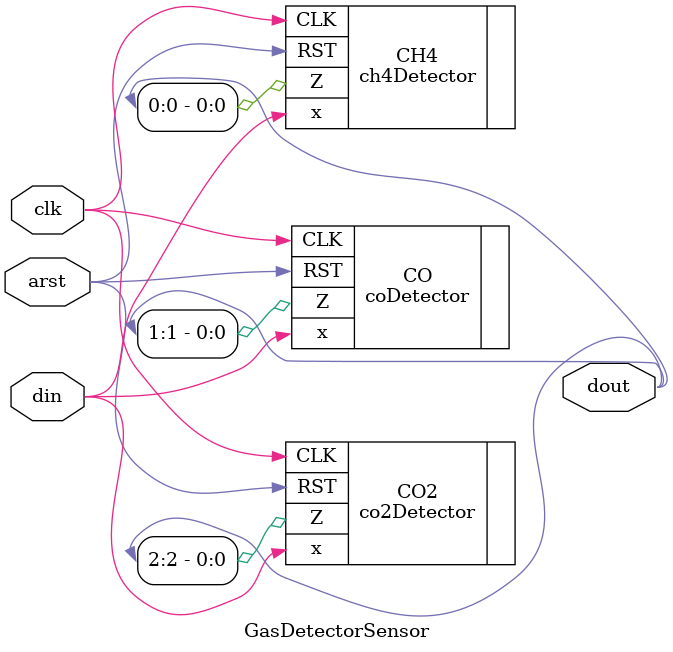
<source format=v>
/*--  *******************************************************
--  Computer Architecture Course, Laboratory Sources 
--  Amirkabir University of Technology (Tehran Polytechnic)
--  Department of Computer Engineering (CE-AUT)
--  https://ce[dot]aut[dot]ac[dot]ir
--  *******************************************************
--  All Rights reserved (C) 2019-2020
--  *******************************************************
--  Student ID  : 
--  Student Name: 
--  Student Mail: 
--  *******************************************************
--  Additional Comments:
--
--*/

/*-----------------------------------------------------------
---  Module Name: Gas Detector Sensor
---  Description: Module2:
-----------------------------------------------------------*/
`timescale 1 ns/1 ns

module GasDetectorSensor (
	input        arst     , // async reset
	input        clk      , // clock posedge
	input        din      , // input data 
	output [2:0] dout       // output data
);

	ch4Detector CH4(.x(din),.Z(dout[0]),.CLK(clk),.RST(arst));
	coDetector CO(.x(din),.Z(dout[1]),.CLK(clk),.RST(arst));
	co2Detector CO2(.x(din),.Z(dout[2]),.CLK(clk),.RST(arst));
endmodule

</source>
